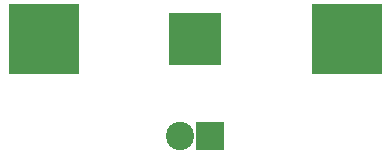
<source format=gbr>
G04 #@! TF.FileFunction,Soldermask,Bot*
%FSLAX46Y46*%
G04 Gerber Fmt 4.6, Leading zero omitted, Abs format (unit mm)*
G04 Created by KiCad (PCBNEW 4.0.6) date 2017 March 28, Tuesday 16:58:51*
%MOMM*%
%LPD*%
G01*
G04 APERTURE LIST*
%ADD10C,0.100000*%
%ADD11R,4.400000X4.400000*%
%ADD12R,5.900000X5.900000*%
%ADD13R,2.400000X2.400000*%
%ADD14C,2.400000*%
G04 APERTURE END LIST*
D10*
D11*
X213360000Y-128905000D03*
D12*
X200560000Y-128905000D03*
X226160000Y-128905000D03*
D13*
X214630000Y-137160000D03*
D14*
X212090000Y-137160000D03*
M02*

</source>
